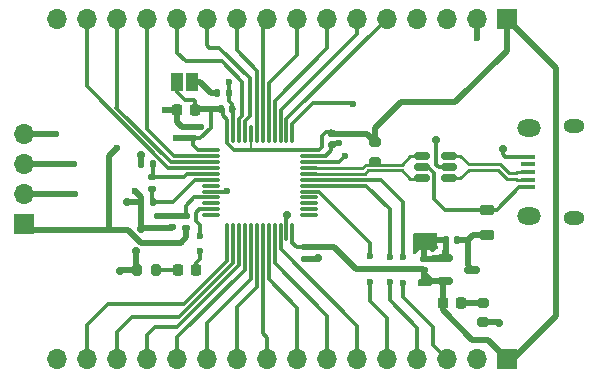
<source format=gbr>
%TF.GenerationSoftware,KiCad,Pcbnew,8.0.5*%
%TF.CreationDate,2025-01-04T10:19:04+02:00*%
%TF.ProjectId,STM32F103,53544d33-3246-4313-9033-2e6b69636164,rev?*%
%TF.SameCoordinates,Original*%
%TF.FileFunction,Copper,L1,Top*%
%TF.FilePolarity,Positive*%
%FSLAX46Y46*%
G04 Gerber Fmt 4.6, Leading zero omitted, Abs format (unit mm)*
G04 Created by KiCad (PCBNEW 8.0.5) date 2025-01-04 10:19:04*
%MOMM*%
%LPD*%
G01*
G04 APERTURE LIST*
G04 Aperture macros list*
%AMRoundRect*
0 Rectangle with rounded corners*
0 $1 Rounding radius*
0 $2 $3 $4 $5 $6 $7 $8 $9 X,Y pos of 4 corners*
0 Add a 4 corners polygon primitive as box body*
4,1,4,$2,$3,$4,$5,$6,$7,$8,$9,$2,$3,0*
0 Add four circle primitives for the rounded corners*
1,1,$1+$1,$2,$3*
1,1,$1+$1,$4,$5*
1,1,$1+$1,$6,$7*
1,1,$1+$1,$8,$9*
0 Add four rect primitives between the rounded corners*
20,1,$1+$1,$2,$3,$4,$5,0*
20,1,$1+$1,$4,$5,$6,$7,0*
20,1,$1+$1,$6,$7,$8,$9,0*
20,1,$1+$1,$8,$9,$2,$3,0*%
G04 Aperture macros list end*
%TA.AperFunction,ComponentPad*%
%ADD10R,1.700000X1.700000*%
%TD*%
%TA.AperFunction,ComponentPad*%
%ADD11O,1.700000X1.700000*%
%TD*%
%TA.AperFunction,SMDPad,CuDef*%
%ADD12RoundRect,0.150000X-0.512500X-0.150000X0.512500X-0.150000X0.512500X0.150000X-0.512500X0.150000X0*%
%TD*%
%TA.AperFunction,SMDPad,CuDef*%
%ADD13RoundRect,0.200000X-0.275000X0.200000X-0.275000X-0.200000X0.275000X-0.200000X0.275000X0.200000X0*%
%TD*%
%TA.AperFunction,SMDPad,CuDef*%
%ADD14RoundRect,0.200000X0.200000X0.275000X-0.200000X0.275000X-0.200000X-0.275000X0.200000X-0.275000X0*%
%TD*%
%TA.AperFunction,SMDPad,CuDef*%
%ADD15RoundRect,0.225000X0.225000X0.250000X-0.225000X0.250000X-0.225000X-0.250000X0.225000X-0.250000X0*%
%TD*%
%TA.AperFunction,SMDPad,CuDef*%
%ADD16RoundRect,0.075000X-0.662500X-0.075000X0.662500X-0.075000X0.662500X0.075000X-0.662500X0.075000X0*%
%TD*%
%TA.AperFunction,SMDPad,CuDef*%
%ADD17RoundRect,0.075000X-0.075000X-0.662500X0.075000X-0.662500X0.075000X0.662500X-0.075000X0.662500X0*%
%TD*%
%TA.AperFunction,SMDPad,CuDef*%
%ADD18RoundRect,0.135000X-0.135000X-0.185000X0.135000X-0.185000X0.135000X0.185000X-0.135000X0.185000X0*%
%TD*%
%TA.AperFunction,SMDPad,CuDef*%
%ADD19RoundRect,0.140000X0.170000X-0.140000X0.170000X0.140000X-0.170000X0.140000X-0.170000X-0.140000X0*%
%TD*%
%TA.AperFunction,SMDPad,CuDef*%
%ADD20RoundRect,0.140000X-0.170000X0.140000X-0.170000X-0.140000X0.170000X-0.140000X0.170000X0.140000X0*%
%TD*%
%TA.AperFunction,SMDPad,CuDef*%
%ADD21RoundRect,0.140000X0.140000X0.170000X-0.140000X0.170000X-0.140000X-0.170000X0.140000X-0.170000X0*%
%TD*%
%TA.AperFunction,SMDPad,CuDef*%
%ADD22RoundRect,0.218750X-0.381250X0.218750X-0.381250X-0.218750X0.381250X-0.218750X0.381250X0.218750X0*%
%TD*%
%TA.AperFunction,SMDPad,CuDef*%
%ADD23RoundRect,0.218750X0.218750X0.256250X-0.218750X0.256250X-0.218750X-0.256250X0.218750X-0.256250X0*%
%TD*%
%TA.AperFunction,SMDPad,CuDef*%
%ADD24RoundRect,0.140000X-0.140000X-0.170000X0.140000X-0.170000X0.140000X0.170000X-0.140000X0.170000X0*%
%TD*%
%TA.AperFunction,SMDPad,CuDef*%
%ADD25R,1.000000X1.500000*%
%TD*%
%TA.AperFunction,SMDPad,CuDef*%
%ADD26RoundRect,0.147500X0.172500X-0.147500X0.172500X0.147500X-0.172500X0.147500X-0.172500X-0.147500X0*%
%TD*%
%TA.AperFunction,SMDPad,CuDef*%
%ADD27RoundRect,0.135000X-0.185000X0.135000X-0.185000X-0.135000X0.185000X-0.135000X0.185000X0.135000X0*%
%TD*%
%TA.AperFunction,SMDPad,CuDef*%
%ADD28R,1.300000X0.450000*%
%TD*%
%TA.AperFunction,ComponentPad*%
%ADD29O,1.800000X1.150000*%
%TD*%
%TA.AperFunction,ComponentPad*%
%ADD30O,2.000000X1.450000*%
%TD*%
%TA.AperFunction,SMDPad,CuDef*%
%ADD31RoundRect,0.150000X0.512500X0.150000X-0.512500X0.150000X-0.512500X-0.150000X0.512500X-0.150000X0*%
%TD*%
%TA.AperFunction,SMDPad,CuDef*%
%ADD32RoundRect,0.218750X-0.218750X-0.256250X0.218750X-0.256250X0.218750X0.256250X-0.218750X0.256250X0*%
%TD*%
%TA.AperFunction,ViaPad*%
%ADD33C,0.600000*%
%TD*%
%TA.AperFunction,ViaPad*%
%ADD34C,0.700000*%
%TD*%
%TA.AperFunction,Conductor*%
%ADD35C,0.500000*%
%TD*%
%TA.AperFunction,Conductor*%
%ADD36C,0.300000*%
%TD*%
%TA.AperFunction,Conductor*%
%ADD37C,0.200000*%
%TD*%
%TA.AperFunction,Conductor*%
%ADD38C,0.261112*%
%TD*%
G04 APERTURE END LIST*
D10*
%TO.P,J2,1,Pin_1*%
%TO.N,+3V3*%
X111540000Y-45300000D03*
D11*
%TO.P,J2,2,Pin_2*%
%TO.N,GND*%
X109000000Y-45300000D03*
%TO.P,J2,3,Pin_3*%
%TO.N,unconnected-(J2-Pin_3-Pad3)*%
X106460000Y-45300000D03*
%TO.P,J2,4,Pin_4*%
%TO.N,unconnected-(J2-Pin_4-Pad4)*%
X103920000Y-45300000D03*
%TO.P,J2,5,Pin_5*%
%TO.N,PA15*%
X101380000Y-45300000D03*
%TO.P,J2,6,Pin_6*%
%TO.N,PB3*%
X98840000Y-45300000D03*
%TO.P,J2,7,Pin_7*%
%TO.N,PB4*%
X96300000Y-45300000D03*
%TO.P,J2,8,Pin_8*%
%TO.N,PB5*%
X93760000Y-45300000D03*
%TO.P,J2,9,Pin_9*%
%TO.N,PB6*%
X91220000Y-45300000D03*
%TO.P,J2,10,Pin_10*%
%TO.N,PB7*%
X88680000Y-45300000D03*
%TO.P,J2,11,Pin_11*%
%TO.N,PB8*%
X86140000Y-45300000D03*
%TO.P,J2,12,Pin_12*%
%TO.N,PB9*%
X83600000Y-45300000D03*
%TO.P,J2,13,Pin_13*%
%TO.N,PC13*%
X81060000Y-45300000D03*
%TO.P,J2,14,Pin_14*%
%TO.N,PC14*%
X78520000Y-45300000D03*
%TO.P,J2,15,Pin_15*%
%TO.N,PC15*%
X75980000Y-45300000D03*
%TO.P,J2,16*%
%TO.N,N/C*%
X73440000Y-45300000D03*
%TD*%
D12*
%TO.P,U3,1,GND*%
%TO.N,GND*%
X106350000Y-65590000D03*
%TO.P,U3,2,VO*%
%TO.N,+3V3*%
X106350000Y-67490000D03*
%TO.P,U3,3,VI*%
%TO.N,Net-(U3-VI)*%
X108625000Y-66540000D03*
%TD*%
D13*
%TO.P,R4,1*%
%TO.N,Net-(D2-K)*%
X109537500Y-69352500D03*
%TO.P,R4,2*%
%TO.N,GND*%
X109537500Y-71002500D03*
%TD*%
D14*
%TO.P,R3,1*%
%TO.N,Net-(D1-K)*%
X81875000Y-66620000D03*
%TO.P,R3,2*%
%TO.N,GND*%
X80225000Y-66620000D03*
%TD*%
D15*
%TO.P,C1,1*%
%TO.N,+3V3*%
X85150000Y-53050000D03*
%TO.P,C1,2*%
%TO.N,GND*%
X83600000Y-53050000D03*
%TD*%
D16*
%TO.P,U1,1,VBAT*%
%TO.N,+3V3*%
X86480000Y-56440000D03*
%TO.P,U1,2,PC13*%
%TO.N,PC13*%
X86480000Y-56940000D03*
%TO.P,U1,3,PC14*%
%TO.N,PC14*%
X86480000Y-57440000D03*
%TO.P,U1,4,PC15*%
%TO.N,PC15*%
X86480000Y-57940000D03*
%TO.P,U1,5,PD0*%
%TO.N,/HSE_IN*%
X86480000Y-58440000D03*
%TO.P,U1,6,PD1*%
%TO.N,/HSE_OUT*%
X86480000Y-58940000D03*
%TO.P,U1,7,NRST*%
%TO.N,unconnected-(U1-NRST-Pad7)*%
X86480000Y-59440000D03*
%TO.P,U1,8,VSSA*%
%TO.N,GND*%
X86480000Y-59940000D03*
%TO.P,U1,9,VDDA*%
%TO.N,+3.3VA*%
X86480000Y-60440000D03*
%TO.P,U1,10,PA0*%
%TO.N,unconnected-(U1-PA0-Pad10)*%
X86480000Y-60940000D03*
%TO.P,U1,11,PA1*%
%TO.N,/LED_STATUS*%
X86480000Y-61440000D03*
%TO.P,U1,12,PA2*%
%TO.N,unconnected-(U1-PA2-Pad12)*%
X86480000Y-61940000D03*
D17*
%TO.P,U1,13,PA3*%
%TO.N,PA3*%
X87892500Y-63352500D03*
%TO.P,U1,14,PA4*%
%TO.N,PA4*%
X88392500Y-63352500D03*
%TO.P,U1,15,PA5*%
%TO.N,PA5*%
X88892500Y-63352500D03*
%TO.P,U1,16,PA6*%
%TO.N,PA6*%
X89392500Y-63352500D03*
%TO.P,U1,17,PA7*%
%TO.N,PA7*%
X89892500Y-63352500D03*
%TO.P,U1,18,PB0*%
%TO.N,PB0*%
X90392500Y-63352500D03*
%TO.P,U1,19,PB1*%
%TO.N,PB1*%
X90892500Y-63352500D03*
%TO.P,U1,20,PB2*%
%TO.N,PB2*%
X91392500Y-63352500D03*
%TO.P,U1,21,PB10*%
%TO.N,PB10*%
X91892500Y-63352500D03*
%TO.P,U1,22,PB11*%
%TO.N,PB11*%
X92392500Y-63352500D03*
%TO.P,U1,23,VSS*%
%TO.N,GND*%
X92892500Y-63352500D03*
%TO.P,U1,24,VDD*%
%TO.N,+3V3*%
X93392500Y-63352500D03*
D16*
%TO.P,U1,25,PB12*%
%TO.N,unconnected-(U1-PB12-Pad25)*%
X94805000Y-61940000D03*
%TO.P,U1,26,PB13*%
%TO.N,unconnected-(U1-PB13-Pad26)*%
X94805000Y-61440000D03*
%TO.P,U1,27,PB14*%
%TO.N,unconnected-(U1-PB14-Pad27)*%
X94805000Y-60940000D03*
%TO.P,U1,28,PB15*%
%TO.N,unconnected-(U1-PB15-Pad28)*%
X94805000Y-60440000D03*
%TO.P,U1,29,PA8*%
%TO.N,PA8*%
X94805000Y-59940000D03*
%TO.P,U1,30,PA9*%
%TO.N,PA9*%
X94805000Y-59440000D03*
%TO.P,U1,31,PA10*%
%TO.N,PA10*%
X94805000Y-58940000D03*
%TO.P,U1,32,PA11*%
%TO.N,USB_D-*%
X94805000Y-58440000D03*
%TO.P,U1,33,PA12*%
%TO.N,USB_D+*%
X94805000Y-57940000D03*
%TO.P,U1,34,PA13*%
%TO.N,SWDIO*%
X94805000Y-57440000D03*
%TO.P,U1,35,VSS*%
%TO.N,GND*%
X94805000Y-56940000D03*
%TO.P,U1,36,VDD*%
%TO.N,+3V3*%
X94805000Y-56440000D03*
D17*
%TO.P,U1,37,PA14*%
%TO.N,SWCLK*%
X93392500Y-55027500D03*
%TO.P,U1,38,PA15*%
%TO.N,PA15*%
X92892500Y-55027500D03*
%TO.P,U1,39,PB3*%
%TO.N,PB3*%
X92392500Y-55027500D03*
%TO.P,U1,40,PB4*%
%TO.N,PB4*%
X91892500Y-55027500D03*
%TO.P,U1,41,PB5*%
%TO.N,PB5*%
X91392500Y-55027500D03*
%TO.P,U1,42,PB6*%
%TO.N,PB6*%
X90892500Y-55027500D03*
%TO.P,U1,43,PB7*%
%TO.N,PB7*%
X90392500Y-55027500D03*
%TO.P,U1,44,BOOT0*%
%TO.N,+3V3*%
X89892500Y-55027500D03*
%TO.P,U1,45,PB8*%
%TO.N,PB8*%
X89392500Y-55027500D03*
%TO.P,U1,46,PB9*%
%TO.N,PB9*%
X88892500Y-55027500D03*
%TO.P,U1,47,VSS*%
%TO.N,GND*%
X88392500Y-55027500D03*
%TO.P,U1,48,VDD*%
%TO.N,+3V3*%
X87892500Y-55027500D03*
%TD*%
D10*
%TO.P,J4,1,Pin_1*%
%TO.N,+3V3*%
X70700000Y-62705000D03*
D11*
%TO.P,J4,2,Pin_2*%
%TO.N,SWDIO*%
X70700000Y-60165000D03*
%TO.P,J4,3,Pin_3*%
%TO.N,SWCLK*%
X70700000Y-57625000D03*
%TO.P,J4,4,Pin_4*%
%TO.N,GND*%
X70700000Y-55085000D03*
%TD*%
D18*
%TO.P,R1,1*%
%TO.N,Net-(JP1-A)*%
X87015000Y-51575000D03*
%TO.P,R1,2*%
%TO.N,GND*%
X88035000Y-51575000D03*
%TD*%
D13*
%TO.P,R2,1*%
%TO.N,+3V3*%
X100425000Y-55750000D03*
%TO.P,R2,2*%
%TO.N,USB_D+*%
X100425000Y-57400000D03*
%TD*%
D19*
%TO.P,C2,1*%
%TO.N,+3V3*%
X84950000Y-55430000D03*
%TO.P,C2,2*%
%TO.N,GND*%
X84950000Y-54470000D03*
%TD*%
D20*
%TO.P,C3,1*%
%TO.N,+3V3*%
X94460000Y-64650000D03*
%TO.P,C3,2*%
%TO.N,GND*%
X94460000Y-65610000D03*
%TD*%
D21*
%TO.P,C8,1*%
%TO.N,/HSE_IN*%
X81555000Y-57620000D03*
%TO.P,C8,2*%
%TO.N,GND*%
X80595000Y-57620000D03*
%TD*%
D22*
%TO.P,FB1,1*%
%TO.N,+5V*%
X109837500Y-61515000D03*
%TO.P,FB1,2*%
%TO.N,Net-(U3-VI)*%
X109837500Y-63640000D03*
%TD*%
D23*
%TO.P,D2,1,K*%
%TO.N,Net-(D2-K)*%
X107687500Y-69402500D03*
%TO.P,D2,2,A*%
%TO.N,+3V3*%
X106112500Y-69402500D03*
%TD*%
D21*
%TO.P,C9,1*%
%TO.N,/HSE_OUT*%
X81565000Y-60800000D03*
%TO.P,C9,2*%
%TO.N,GND*%
X80605000Y-60800000D03*
%TD*%
D20*
%TO.P,C6,1*%
%TO.N,+3.3VA*%
X83220000Y-62020000D03*
%TO.P,C6,2*%
%TO.N,GND*%
X83220000Y-62980000D03*
%TD*%
D21*
%TO.P,C10,1*%
%TO.N,Net-(U3-VI)*%
X107357500Y-64072500D03*
%TO.P,C10,2*%
%TO.N,GND*%
X106397500Y-64072500D03*
%TD*%
D24*
%TO.P,C5,1*%
%TO.N,+3V3*%
X87345000Y-52975000D03*
%TO.P,C5,2*%
%TO.N,GND*%
X88305000Y-52975000D03*
%TD*%
D20*
%TO.P,C7,1*%
%TO.N,+3.3VA*%
X82020000Y-62045000D03*
%TO.P,C7,2*%
%TO.N,GND*%
X82020000Y-63005000D03*
%TD*%
D25*
%TO.P,JP1,1,A*%
%TO.N,Net-(JP1-A)*%
X84900000Y-50675000D03*
%TO.P,JP1,2,B*%
%TO.N,+3V3*%
X83600000Y-50675000D03*
%TD*%
D26*
%TO.P,L1,1,1*%
%TO.N,+3V3*%
X84420000Y-62985000D03*
%TO.P,L1,2,2*%
%TO.N,+3.3VA*%
X84420000Y-62015000D03*
%TD*%
D20*
%TO.P,C4,1*%
%TO.N,+3V3*%
X96725000Y-55025000D03*
%TO.P,C4,2*%
%TO.N,GND*%
X96725000Y-55985000D03*
%TD*%
D27*
%TO.P,Y1,1,1*%
%TO.N,/HSE_IN*%
X81525000Y-58680000D03*
%TO.P,Y1,2,2*%
%TO.N,/HSE_OUT*%
X81525000Y-59700000D03*
%TD*%
D28*
%TO.P,J1,1,VBUS*%
%TO.N,+5V*%
X113370000Y-59590000D03*
%TO.P,J1,2,D-*%
%TO.N,USB_CONN_D-*%
X113370000Y-58940000D03*
%TO.P,J1,3,D+*%
%TO.N,USB_CONN_D+*%
X113370000Y-58290000D03*
%TO.P,J1,4,ID*%
%TO.N,unconnected-(J1-ID-Pad4)*%
X113370000Y-57640000D03*
%TO.P,J1,5,GND*%
%TO.N,GND*%
X113370000Y-56990000D03*
D29*
%TO.P,J1,6,Shield*%
%TO.N,unconnected-(J1-Shield-Pad6)_3*%
X117220000Y-62165000D03*
D30*
%TO.N,unconnected-(J1-Shield-Pad6)*%
X113420000Y-62015000D03*
%TO.N,unconnected-(J1-Shield-Pad6)_1*%
X113420000Y-54565000D03*
D29*
%TO.N,unconnected-(J1-Shield-Pad6)_2*%
X117220000Y-54415000D03*
%TD*%
D31*
%TO.P,U2,1,I/O1*%
%TO.N,USB_CONN_D-*%
X106635000Y-58810000D03*
%TO.P,U2,2,GND*%
%TO.N,GND*%
X106635000Y-57860000D03*
%TO.P,U2,3,I/O2*%
%TO.N,USB_CONN_D+*%
X106635000Y-56910000D03*
%TO.P,U2,4,I/O2*%
%TO.N,USB_D+*%
X104360000Y-56910000D03*
%TO.P,U2,5,VBUS*%
%TO.N,+5V*%
X104360000Y-57860000D03*
%TO.P,U2,6,I/O1*%
%TO.N,USB_D-*%
X104360000Y-58810000D03*
%TD*%
D10*
%TO.P,J3,1,Pin_1*%
%TO.N,+3V3*%
X111600000Y-74110000D03*
D11*
%TO.P,J3,2,Pin_2*%
%TO.N,GND*%
X109060000Y-74110000D03*
%TO.P,J3,3,Pin_3*%
%TO.N,PA10*%
X106520000Y-74110000D03*
%TO.P,J3,4,Pin_4*%
%TO.N,PA9*%
X103980000Y-74110000D03*
%TO.P,J3,5,Pin_5*%
%TO.N,PA8*%
X101440000Y-74110000D03*
%TO.P,J3,6,Pin_6*%
%TO.N,PB11*%
X98900000Y-74110000D03*
%TO.P,J3,7,Pin_7*%
%TO.N,PB10*%
X96360000Y-74110000D03*
%TO.P,J3,8,Pin_8*%
%TO.N,PB2*%
X93820000Y-74110000D03*
%TO.P,J3,9,Pin_9*%
%TO.N,PB1*%
X91280000Y-74110000D03*
%TO.P,J3,10,Pin_10*%
%TO.N,PB0*%
X88740000Y-74110000D03*
%TO.P,J3,11,Pin_11*%
%TO.N,PA7*%
X86200000Y-74110000D03*
%TO.P,J3,12,Pin_12*%
%TO.N,PA6*%
X83660000Y-74110000D03*
%TO.P,J3,13,Pin_13*%
%TO.N,PA5*%
X81120000Y-74110000D03*
%TO.P,J3,14,Pin_14*%
%TO.N,PA4*%
X78580000Y-74110000D03*
%TO.P,J3,15,Pin_15*%
%TO.N,PA3*%
X76040000Y-74110000D03*
%TO.P,J3,16*%
%TO.N,N/C*%
X73500000Y-74110000D03*
%TD*%
D32*
%TO.P,D1,1,K*%
%TO.N,Net-(D1-K)*%
X83682500Y-66620000D03*
%TO.P,D1,2,A*%
%TO.N,/LED_STATUS*%
X85257500Y-66620000D03*
%TD*%
D19*
%TO.P,C11,1*%
%TO.N,+3V3*%
X104570000Y-66600000D03*
%TO.P,C11,2*%
%TO.N,GND*%
X104570000Y-65640000D03*
%TD*%
D33*
%TO.N,+3V3*%
X78550000Y-56275000D03*
X83525000Y-55425000D03*
D34*
%TO.N,GND*%
X95525000Y-65525000D03*
X80600000Y-63075000D03*
X92900000Y-61950000D03*
D33*
X97350000Y-55850000D03*
D34*
X105375000Y-64100000D03*
X80600000Y-56825000D03*
D33*
X82600000Y-53050000D03*
X87825000Y-59925000D03*
D34*
X80150000Y-64975000D03*
X79375000Y-60825000D03*
X111225000Y-56350000D03*
X105575000Y-55600000D03*
X78775000Y-66625000D03*
D33*
X80075000Y-59900000D03*
D34*
X110900000Y-71025000D03*
D33*
X88025000Y-50700000D03*
X85650000Y-54475000D03*
X73350000Y-55075000D03*
X109000000Y-46975000D03*
%TO.N,/LED_STATUS*%
X85600000Y-64975000D03*
X85600000Y-63675000D03*
%TO.N,SWCLK*%
X74875000Y-57625000D03*
X98512500Y-52487500D03*
%TO.N,SWDIO*%
X97825000Y-56925000D03*
X74975000Y-60175000D03*
%TO.N,PA8*%
X99975000Y-65425000D03*
X99950000Y-67575000D03*
%TO.N,PA10*%
X102800000Y-67650000D03*
X102800000Y-65475000D03*
%TO.N,PA9*%
X101650000Y-67600000D03*
X101625000Y-65475000D03*
%TD*%
D35*
%TO.N,+3V3*%
X109965000Y-72475000D02*
X111600000Y-74110000D01*
D36*
X83975000Y-64325000D02*
X83925000Y-64275000D01*
X84300000Y-52200000D02*
X85100000Y-52200000D01*
X93392500Y-64252500D02*
X93790000Y-64650000D01*
D35*
X83925000Y-64275000D02*
X80581371Y-64275000D01*
D36*
X83600000Y-51500000D02*
X84300000Y-52200000D01*
D35*
X87120000Y-52950000D02*
X87145000Y-52975000D01*
X96775000Y-54975000D02*
X96725000Y-55025000D01*
X106112500Y-69402500D02*
X106112500Y-69987500D01*
D36*
X86480000Y-56440000D02*
X85365000Y-56440000D01*
X85614239Y-55430000D02*
X86475000Y-54569239D01*
X93392500Y-63352500D02*
X93392500Y-64252500D01*
X89975000Y-56440000D02*
X94805000Y-56440000D01*
D35*
X104445000Y-66475000D02*
X98750000Y-66475000D01*
X111600000Y-74110000D02*
X112090000Y-74110000D01*
X96725000Y-55025000D02*
X99700000Y-55025000D01*
D36*
X84950000Y-55430000D02*
X85614239Y-55430000D01*
X95610000Y-56440000D02*
X95925000Y-56125000D01*
D37*
X89892500Y-55027500D02*
X89892500Y-56357500D01*
D35*
X106112500Y-67727500D02*
X106350000Y-67490000D01*
X106350000Y-67490000D02*
X105115000Y-67490000D01*
X115700000Y-49460000D02*
X111540000Y-45300000D01*
X100425000Y-54575000D02*
X100425000Y-55750000D01*
D36*
X85365000Y-56440000D02*
X84950000Y-56025000D01*
D35*
X77900000Y-63175000D02*
X71170000Y-63175000D01*
X84950000Y-55430000D02*
X83530000Y-55430000D01*
X112090000Y-74110000D02*
X115700000Y-70500000D01*
X111540000Y-48010000D02*
X107175000Y-52375000D01*
X85200000Y-52950000D02*
X86475000Y-52950000D01*
X71170000Y-63175000D02*
X70700000Y-62705000D01*
D36*
X84950000Y-56025000D02*
X84950000Y-55430000D01*
D35*
X86475000Y-52950000D02*
X87120000Y-52950000D01*
X99700000Y-55025000D02*
X100425000Y-55750000D01*
D36*
X88464380Y-56440000D02*
X89975000Y-56440000D01*
X95925000Y-56125000D02*
X95925000Y-55225000D01*
X87892500Y-55027500D02*
X87892500Y-53842500D01*
D35*
X111540000Y-45300000D02*
X111540000Y-48010000D01*
X78550000Y-56275000D02*
X77900000Y-56925000D01*
D36*
X95925000Y-55225000D02*
X96280000Y-54870000D01*
D35*
X96925000Y-64650000D02*
X94460000Y-64650000D01*
X108600000Y-72475000D02*
X109965000Y-72475000D01*
X106112500Y-69402500D02*
X106112500Y-67727500D01*
D36*
X87892500Y-55027500D02*
X87892500Y-55868120D01*
X86475000Y-54569239D02*
X86475000Y-52950000D01*
X94805000Y-56440000D02*
X95610000Y-56440000D01*
X83530000Y-55430000D02*
X83525000Y-55425000D01*
X87892500Y-53842500D02*
X87520000Y-53470000D01*
X85150000Y-52250000D02*
X85150000Y-53050000D01*
X87520000Y-53470000D02*
X87520000Y-52975000D01*
D35*
X96780000Y-54975000D02*
X96700000Y-54895000D01*
X104570000Y-66945000D02*
X104570000Y-66600000D01*
X106112500Y-69987500D02*
X108600000Y-72475000D01*
D36*
X93790000Y-64650000D02*
X94460000Y-64650000D01*
D35*
X84420000Y-62985000D02*
X84420000Y-63780000D01*
D36*
X96280000Y-54870000D02*
X96900000Y-54870000D01*
X83600000Y-50675000D02*
X83600000Y-51500000D01*
D37*
X89892500Y-56357500D02*
X89975000Y-56440000D01*
D35*
X77900000Y-56925000D02*
X77900000Y-63175000D01*
D36*
X85100000Y-52200000D02*
X85150000Y-52250000D01*
D35*
X98750000Y-66475000D02*
X96925000Y-64650000D01*
X84420000Y-63780000D02*
X83925000Y-64275000D01*
X102625000Y-52375000D02*
X100425000Y-54575000D01*
X107175000Y-52375000D02*
X102625000Y-52375000D01*
X104570000Y-66600000D02*
X104445000Y-66475000D01*
X80581371Y-64275000D02*
X79481371Y-63175000D01*
X79481371Y-63175000D02*
X77900000Y-63175000D01*
D36*
X87892500Y-55868120D02*
X88464380Y-56440000D01*
D35*
X105115000Y-67490000D02*
X104570000Y-66945000D01*
X115700000Y-70500000D02*
X115700000Y-49460000D01*
%TO.N,GND*%
X83195000Y-63005000D02*
X83220000Y-62980000D01*
X104570000Y-65640000D02*
X106300000Y-65640000D01*
X85645000Y-54470000D02*
X85650000Y-54475000D01*
D36*
X87810000Y-59940000D02*
X87825000Y-59925000D01*
D35*
X80595000Y-56830000D02*
X80600000Y-56825000D01*
X106397500Y-64072500D02*
X106397500Y-65542500D01*
D36*
X96700000Y-55855000D02*
X96700000Y-56450000D01*
X111415000Y-56990000D02*
X111225000Y-56800000D01*
X105575000Y-55600000D02*
X105575000Y-57650000D01*
D35*
X82020000Y-63005000D02*
X80670000Y-63005000D01*
X84345000Y-54470000D02*
X84950000Y-54470000D01*
D36*
X96700000Y-56450000D02*
X96210000Y-56940000D01*
D35*
X80225000Y-66620000D02*
X78780000Y-66620000D01*
D36*
X88305000Y-52975000D02*
X88392500Y-53062500D01*
D35*
X95525000Y-65525000D02*
X95440000Y-65610000D01*
D36*
X113370000Y-56990000D02*
X111415000Y-56990000D01*
X88035000Y-50710000D02*
X88035000Y-51575000D01*
X97345000Y-55855000D02*
X97350000Y-55850000D01*
D35*
X80605000Y-63070000D02*
X80600000Y-63075000D01*
X79375000Y-60825000D02*
X79400000Y-60800000D01*
X83600000Y-54025000D02*
X84025000Y-54450000D01*
X83600000Y-53050000D02*
X83600000Y-54025000D01*
X80150000Y-66545000D02*
X80225000Y-66620000D01*
D36*
X88025000Y-50700000D02*
X88035000Y-50710000D01*
D35*
X106397500Y-64072500D02*
X105652500Y-64072500D01*
X80605000Y-60800000D02*
X79400000Y-60800000D01*
X70700000Y-55085000D02*
X73340000Y-55085000D01*
X80605000Y-60800000D02*
X80605000Y-63070000D01*
X106397500Y-65542500D02*
X106350000Y-65590000D01*
D36*
X88035000Y-52285000D02*
X88035000Y-51575000D01*
X86480000Y-59940000D02*
X87810000Y-59940000D01*
D35*
X84325000Y-54450000D02*
X84345000Y-54470000D01*
X110877500Y-71002500D02*
X110900000Y-71025000D01*
D36*
X88392500Y-53062500D02*
X88392500Y-55027500D01*
D35*
X109537500Y-71002500D02*
X110877500Y-71002500D01*
X105652500Y-64072500D02*
X105650000Y-64075000D01*
D36*
X88305000Y-52975000D02*
X88305000Y-52555000D01*
D35*
X84950000Y-54470000D02*
X85645000Y-54470000D01*
D36*
X105575000Y-57650000D02*
X105785000Y-57860000D01*
X96210000Y-56940000D02*
X94805000Y-56940000D01*
D35*
X109000000Y-46975000D02*
X109000000Y-45300000D01*
X80670000Y-63005000D02*
X80600000Y-63075000D01*
X106412500Y-65527500D02*
X106350000Y-65590000D01*
X80605000Y-60800000D02*
X80605000Y-60430000D01*
X95440000Y-65610000D02*
X94460000Y-65610000D01*
X88335000Y-52945000D02*
X88305000Y-52975000D01*
D36*
X111225000Y-56800000D02*
X111225000Y-56350000D01*
D35*
X73340000Y-55085000D02*
X73350000Y-55075000D01*
X78775000Y-66625000D02*
X78780000Y-66620000D01*
D36*
X105785000Y-57860000D02*
X106635000Y-57860000D01*
D35*
X106300000Y-65640000D02*
X106350000Y-65590000D01*
D36*
X88305000Y-52555000D02*
X88035000Y-52285000D01*
D35*
X82020000Y-63005000D02*
X83195000Y-63005000D01*
X80595000Y-57620000D02*
X80595000Y-56830000D01*
D36*
X92892500Y-63352500D02*
X92892500Y-62242500D01*
D35*
X84025000Y-54450000D02*
X84325000Y-54450000D01*
X80150000Y-64975000D02*
X80150000Y-66545000D01*
D36*
X96700000Y-55855000D02*
X97345000Y-55855000D01*
D35*
X80605000Y-60430000D02*
X80075000Y-59900000D01*
X83600000Y-53050000D02*
X82600000Y-53050000D01*
D36*
%TO.N,+3.3VA*%
X84420000Y-61120000D02*
X84420000Y-62015000D01*
X86480000Y-60440000D02*
X85100000Y-60440000D01*
X85100000Y-60440000D02*
X84420000Y-61120000D01*
D35*
X82020000Y-62045000D02*
X84390000Y-62045000D01*
X84390000Y-62045000D02*
X84420000Y-62015000D01*
D36*
%TO.N,/HSE_IN*%
X84220000Y-58680000D02*
X84460000Y-58440000D01*
X81555000Y-57620000D02*
X81555000Y-58650000D01*
X84460000Y-58440000D02*
X86480000Y-58440000D01*
X81555000Y-58650000D02*
X81525000Y-58680000D01*
X81525000Y-58680000D02*
X84220000Y-58680000D01*
%TO.N,/HSE_OUT*%
X81525000Y-59700000D02*
X81525000Y-60760000D01*
X86480000Y-58940000D02*
X85185000Y-58940000D01*
X81525000Y-60760000D02*
X81565000Y-60800000D01*
X85185000Y-58940000D02*
X83325000Y-60800000D01*
X83325000Y-60800000D02*
X81565000Y-60800000D01*
D35*
%TO.N,Net-(U3-VI)*%
X108277500Y-64072500D02*
X107357500Y-64072500D01*
X108277500Y-64072500D02*
X108277500Y-66192500D01*
X109837500Y-63640000D02*
X108710000Y-63640000D01*
X108277500Y-66192500D02*
X108625000Y-66540000D01*
X108710000Y-63640000D02*
X108277500Y-64072500D01*
D36*
%TO.N,/LED_STATUS*%
X85257500Y-65967500D02*
X85257500Y-66620000D01*
X85600000Y-65625000D02*
X85257500Y-65967500D01*
X85600000Y-62775000D02*
X85225000Y-62400000D01*
X85600000Y-64975000D02*
X85600000Y-65625000D01*
X85225000Y-62400000D02*
X85225000Y-61725000D01*
X85600000Y-63675000D02*
X85600000Y-62775000D01*
X85225000Y-61725000D02*
X85510000Y-61440000D01*
X85510000Y-61440000D02*
X86480000Y-61440000D01*
%TO.N,Net-(D1-K)*%
X81875000Y-66620000D02*
X83682500Y-66620000D01*
D35*
%TO.N,Net-(D2-K)*%
X109487500Y-69402500D02*
X109537500Y-69352500D01*
X107687500Y-69402500D02*
X109487500Y-69402500D01*
D36*
%TO.N,+5V*%
X105375000Y-58350000D02*
X105375000Y-60600000D01*
D37*
X104360000Y-57860000D02*
X104885000Y-57860000D01*
D36*
X112610000Y-59590000D02*
X110685000Y-61515000D01*
X106290000Y-61515000D02*
X109837500Y-61515000D01*
X110685000Y-61515000D02*
X109837500Y-61515000D01*
X104885000Y-57860000D02*
X105375000Y-58350000D01*
X113370000Y-59590000D02*
X112610000Y-59590000D01*
X105375000Y-60600000D02*
X106290000Y-61515000D01*
D38*
%TO.N,USB_CONN_D-*%
X108346595Y-58092156D02*
X110813836Y-58092156D01*
X112394999Y-58940000D02*
X113370000Y-58940000D01*
X110813836Y-58092156D02*
X111568836Y-58847156D01*
X106635000Y-58810000D02*
X107628751Y-58810000D01*
X111568836Y-58847156D02*
X112302155Y-58847156D01*
X107628751Y-58810000D02*
X108346595Y-58092156D01*
X112302155Y-58847156D02*
X112394999Y-58940000D01*
%TO.N,USB_CONN_D+*%
X112394999Y-58290000D02*
X113370000Y-58290000D01*
X107628751Y-56910000D02*
X108346595Y-57627844D01*
X108346595Y-57627844D02*
X111006164Y-57627844D01*
X111761164Y-58382844D02*
X112302155Y-58382844D01*
X111006164Y-57627844D02*
X111761164Y-58382844D01*
X106635000Y-56910000D02*
X107628751Y-56910000D01*
X112302155Y-58382844D02*
X112394999Y-58290000D01*
D36*
%TO.N,PB6*%
X90892500Y-55027500D02*
X90892500Y-45627500D01*
X90892500Y-45627500D02*
X91220000Y-45300000D01*
%TO.N,PC15*%
X86480000Y-57940000D02*
X82881846Y-57940000D01*
X82881846Y-57940000D02*
X75980000Y-51038154D01*
X75980000Y-51038154D02*
X75980000Y-45300000D01*
%TO.N,PC13*%
X83390000Y-56940000D02*
X86480000Y-56940000D01*
X81060000Y-45300000D02*
X81060000Y-54610000D01*
X81060000Y-54610000D02*
X83390000Y-56940000D01*
%TO.N,SWCLK*%
X93392500Y-55027500D02*
X93392500Y-54257500D01*
X93392500Y-54257500D02*
X95175000Y-52475000D01*
X95175000Y-52475000D02*
X98500000Y-52475000D01*
X98512500Y-52487500D02*
X98525000Y-52500000D01*
X98500000Y-52475000D02*
X98512500Y-52487500D01*
D35*
X70700000Y-57625000D02*
X74875000Y-57625000D01*
D36*
%TO.N,PC14*%
X86480000Y-57440000D02*
X83088952Y-57440000D01*
X83088952Y-57440000D02*
X78499476Y-52850524D01*
X78520000Y-52830000D02*
X78520000Y-45300000D01*
X78499476Y-52850524D02*
X78520000Y-52830000D01*
D35*
%TO.N,SWDIO*%
X70700000Y-60165000D02*
X74965000Y-60165000D01*
D36*
X97310000Y-57440000D02*
X97825000Y-56925000D01*
X94805000Y-57440000D02*
X97310000Y-57440000D01*
D35*
X74965000Y-60165000D02*
X74975000Y-60175000D01*
D36*
%TO.N,PB8*%
X87225000Y-47750000D02*
X86350000Y-47750000D01*
X86140000Y-47540000D02*
X86140000Y-45300000D01*
X89392500Y-53989607D02*
X89800000Y-53582107D01*
X89800000Y-50325000D02*
X87225000Y-47750000D01*
X86350000Y-47750000D02*
X86140000Y-47540000D01*
X89800000Y-53582107D02*
X89800000Y-50325000D01*
X89392500Y-55027500D02*
X89392500Y-53989607D01*
%TO.N,PB5*%
X93760000Y-48415000D02*
X93760000Y-45300000D01*
X91392500Y-50782500D02*
X93760000Y-48415000D01*
X91392500Y-55027500D02*
X91392500Y-50782500D01*
%TO.N,PA15*%
X101380000Y-45300000D02*
X92892500Y-53787500D01*
X92892500Y-53787500D02*
X92892500Y-55027500D01*
%TO.N,PB7*%
X90392500Y-55027500D02*
X90392500Y-49692500D01*
X88680000Y-47980000D02*
X88680000Y-45300000D01*
X90392500Y-49692500D02*
X88680000Y-47980000D01*
%TO.N,PB9*%
X89125000Y-50650000D02*
X87400000Y-48925000D01*
X88892500Y-55027500D02*
X88892500Y-53782500D01*
X87400000Y-48925000D02*
X84350000Y-48925000D01*
X83600000Y-48175000D02*
X83600000Y-45300000D01*
X88892500Y-53782500D02*
X89125000Y-53550000D01*
X84350000Y-48925000D02*
X83600000Y-48175000D01*
X89125000Y-53550000D02*
X89125000Y-50650000D01*
%TO.N,PB4*%
X96300000Y-47825000D02*
X96300000Y-45300000D01*
X91892500Y-55027500D02*
X91892500Y-52232500D01*
X91892500Y-52232500D02*
X96300000Y-47825000D01*
%TO.N,PA8*%
X99975000Y-65425000D02*
X99975000Y-64269380D01*
X100000000Y-69175000D02*
X101440000Y-70615000D01*
X101440000Y-70615000D02*
X101440000Y-74110000D01*
X95645620Y-59940000D02*
X94805000Y-59940000D01*
X99975000Y-64269380D02*
X95645620Y-59940000D01*
X99950000Y-67575000D02*
X99950000Y-69150000D01*
%TO.N,PB11*%
X92392500Y-64840000D02*
X98900000Y-71347500D01*
X98900000Y-71347500D02*
X98900000Y-74110000D01*
X92392500Y-63352500D02*
X92392500Y-64840000D01*
%TO.N,PA5*%
X83654212Y-71430000D02*
X81750000Y-71430000D01*
X88892500Y-63352500D02*
X88892500Y-66191712D01*
X81120000Y-72060000D02*
X81120000Y-74110000D01*
X88892500Y-66191712D02*
X83654212Y-71430000D01*
X81750000Y-71430000D02*
X81120000Y-72060000D01*
%TO.N,PA3*%
X77800000Y-69440000D02*
X76040000Y-71200000D01*
X87892500Y-65777500D02*
X84230000Y-69440000D01*
X87892500Y-63352500D02*
X87892500Y-65777500D01*
X84230000Y-69440000D02*
X77800000Y-69440000D01*
X76040000Y-71200000D02*
X76040000Y-74110000D01*
%TO.N,PB2*%
X93820000Y-69790000D02*
X93820000Y-74110000D01*
X91392500Y-63352500D02*
X91392500Y-67362500D01*
X91392500Y-67362500D02*
X93820000Y-69790000D01*
%TO.N,PA7*%
X86200000Y-71050000D02*
X86200000Y-74110000D01*
X89892500Y-63352500D02*
X89892500Y-67357500D01*
X89892500Y-67357500D02*
X86200000Y-71050000D01*
%TO.N,PA4*%
X78580000Y-71810000D02*
X78580000Y-74110000D01*
X88392500Y-65984606D02*
X83837106Y-70540000D01*
X83837106Y-70540000D02*
X79850000Y-70540000D01*
X88392500Y-63352500D02*
X88392500Y-65984606D01*
X79850000Y-70540000D02*
X78580000Y-71810000D01*
%TO.N,PB10*%
X91892500Y-63352500D02*
X91892500Y-66022500D01*
X96360000Y-72175000D02*
X96360000Y-73910000D01*
X91892500Y-66022500D02*
X96360000Y-70490000D01*
X96360000Y-70490000D02*
X96360000Y-72175000D01*
%TO.N,PA10*%
X102800000Y-60825000D02*
X100915000Y-58940000D01*
X102800000Y-68875000D02*
X105325000Y-71400000D01*
X100915000Y-58940000D02*
X94805000Y-58940000D01*
X102800000Y-67650000D02*
X102800000Y-68875000D01*
X105325000Y-72915000D02*
X106520000Y-74110000D01*
X105325000Y-71400000D02*
X105325000Y-72915000D01*
X102800000Y-65475000D02*
X102800000Y-60825000D01*
%TO.N,PA6*%
X89392500Y-63352500D02*
X89392500Y-66547500D01*
X89392500Y-66547500D02*
X83660000Y-72280000D01*
X83660000Y-72280000D02*
X83660000Y-74110000D01*
%TO.N,PB1*%
X90892500Y-63352500D02*
X90892500Y-71942500D01*
X91280000Y-72330000D02*
X91280000Y-74110000D01*
X91670000Y-73650000D02*
X91280000Y-74040000D01*
X90892500Y-71942500D02*
X91280000Y-72330000D01*
%TO.N,PB0*%
X90392500Y-68027500D02*
X88740000Y-69680000D01*
X90392500Y-63352500D02*
X90392500Y-68027500D01*
X88740000Y-69680000D02*
X88740000Y-74110000D01*
%TO.N,PA9*%
X99640000Y-59440000D02*
X94805000Y-59440000D01*
X101625000Y-61425000D02*
X99640000Y-59440000D01*
X101650000Y-67600000D02*
X101650000Y-69125000D01*
X101650000Y-69125000D02*
X103980000Y-71455000D01*
X101625000Y-65475000D02*
X101625000Y-61425000D01*
X103980000Y-71455000D02*
X103980000Y-74110000D01*
D35*
%TO.N,Net-(JP1-A)*%
X86475000Y-51575000D02*
X85575000Y-50675000D01*
X85575000Y-50675000D02*
X84900000Y-50675000D01*
X87015000Y-51575000D02*
X86475000Y-51575000D01*
D38*
%TO.N,USB_D+*%
X94805000Y-57940000D02*
X95911251Y-57940000D01*
X99603836Y-57667844D02*
X99313836Y-57957844D01*
X95911251Y-57940000D02*
X95929095Y-57957844D01*
X104377500Y-56950000D02*
X103383749Y-56950000D01*
D37*
X104024448Y-56950000D02*
X104377500Y-56950000D01*
D38*
X103383749Y-56950000D02*
X102665905Y-57667844D01*
X95929095Y-57957844D02*
X99313836Y-57957844D01*
X102665905Y-57667844D02*
X99603836Y-57667844D01*
%TO.N,USB_D-*%
X104377500Y-58850000D02*
X103383749Y-58850000D01*
D37*
X103810001Y-58850000D02*
X104377500Y-58850000D01*
D38*
X95929095Y-58422156D02*
X99506164Y-58422156D01*
X103383749Y-58850000D02*
X102665905Y-58132156D01*
X99796164Y-58132156D02*
X99506164Y-58422156D01*
X94805000Y-58440000D02*
X95911251Y-58440000D01*
X95911251Y-58440000D02*
X95929095Y-58422156D01*
X102665905Y-58132156D02*
X99796164Y-58132156D01*
D36*
%TO.N,PB3*%
X98840000Y-46585000D02*
X98840000Y-45300000D01*
X92392500Y-55027500D02*
X92392500Y-53032500D01*
X92392500Y-53032500D02*
X98840000Y-46585000D01*
%TD*%
%TA.AperFunction,Conductor*%
%TO.N,+3V3*%
G36*
X104763039Y-66440185D02*
G01*
X104808794Y-66492989D01*
X104820000Y-66544500D01*
X104820000Y-67378789D01*
X104840910Y-67377145D01*
X104996195Y-67332031D01*
X105122614Y-67257268D01*
X105185735Y-67240000D01*
X106476000Y-67240000D01*
X106543039Y-67259685D01*
X106588794Y-67312489D01*
X106600000Y-67364000D01*
X106600000Y-67616000D01*
X106580315Y-67683039D01*
X106527511Y-67728794D01*
X106476000Y-67740000D01*
X105190205Y-67740000D01*
X105190204Y-67740001D01*
X105190399Y-67742488D01*
X105190400Y-67742492D01*
X105193501Y-67753166D01*
X105193298Y-67823036D01*
X105155354Y-67881704D01*
X105091714Y-67910544D01*
X105078929Y-67911674D01*
X104155469Y-67945255D01*
X104087759Y-67928020D01*
X104040115Y-67876913D01*
X104026977Y-67819461D01*
X104032379Y-67462926D01*
X104053077Y-67396196D01*
X104106568Y-67351246D01*
X104175869Y-67342352D01*
X104190959Y-67345731D01*
X104299089Y-67377145D01*
X104320000Y-67378789D01*
X104320000Y-66544500D01*
X104339685Y-66477461D01*
X104392489Y-66431706D01*
X104444000Y-66420500D01*
X104696000Y-66420500D01*
X104763039Y-66440185D01*
G37*
%TD.AperFunction*%
%TD*%
%TA.AperFunction,Conductor*%
%TO.N,GND*%
G36*
X105631207Y-63469685D02*
G01*
X105676962Y-63522489D01*
X105686906Y-63591647D01*
X105670899Y-63637123D01*
X105665467Y-63646306D01*
X105665466Y-63646309D01*
X105620355Y-63801581D01*
X105620354Y-63801587D01*
X105618709Y-63822499D01*
X105618710Y-63822500D01*
X106453000Y-63822500D01*
X106520039Y-63842185D01*
X106565794Y-63894989D01*
X106577000Y-63946500D01*
X106577000Y-64307197D01*
X106579856Y-64343491D01*
X106579857Y-64343497D01*
X106625003Y-64498889D01*
X106625005Y-64498893D01*
X106625006Y-64498895D01*
X106630232Y-64507733D01*
X106647500Y-64570852D01*
X106647500Y-64826638D01*
X106627815Y-64893677D01*
X106611181Y-64914319D01*
X106600000Y-64925500D01*
X106600000Y-65716000D01*
X106580315Y-65783039D01*
X106527511Y-65828794D01*
X106476000Y-65840000D01*
X105423000Y-65840000D01*
X105409319Y-65853681D01*
X105370276Y-65875000D01*
X105013521Y-65875000D01*
X105005233Y-65872732D01*
X104996395Y-65867506D01*
X104996393Y-65867505D01*
X104996389Y-65867503D01*
X104840999Y-65822358D01*
X104834756Y-65821218D01*
X104835085Y-65819416D01*
X104806607Y-65811080D01*
X104806124Y-65812247D01*
X104663917Y-65753343D01*
X104663907Y-65753340D01*
X104518920Y-65724500D01*
X104518918Y-65724500D01*
X104444000Y-65724500D01*
X104376961Y-65704815D01*
X104331206Y-65652011D01*
X104320000Y-65600500D01*
X104320000Y-64861210D01*
X104319999Y-64861209D01*
X104820000Y-64861209D01*
X104820000Y-65390000D01*
X105144500Y-65390000D01*
X105158181Y-65376319D01*
X105219504Y-65342834D01*
X105245862Y-65340000D01*
X106100000Y-65340000D01*
X106100000Y-64845862D01*
X106119685Y-64778823D01*
X106136319Y-64758181D01*
X106147500Y-64747000D01*
X106147500Y-64322500D01*
X105618710Y-64322500D01*
X105620354Y-64343410D01*
X105665468Y-64498695D01*
X105742770Y-64629405D01*
X105759953Y-64697129D01*
X105737793Y-64763391D01*
X105683327Y-64807155D01*
X105670633Y-64811602D01*
X105577306Y-64838716D01*
X105577303Y-64838717D01*
X105435947Y-64922314D01*
X105435938Y-64922321D01*
X105339360Y-65018900D01*
X105278037Y-65052385D01*
X105208345Y-65047401D01*
X105163998Y-65018900D01*
X105135383Y-64990285D01*
X105135374Y-64990278D01*
X104996195Y-64907968D01*
X104996190Y-64907966D01*
X104840918Y-64862855D01*
X104840912Y-64862854D01*
X104820000Y-64861209D01*
X104319999Y-64861209D01*
X104299087Y-64862854D01*
X104299081Y-64862855D01*
X104143809Y-64907966D01*
X104143804Y-64907968D01*
X104004625Y-64990278D01*
X104004616Y-64990285D01*
X103890285Y-65104616D01*
X103890281Y-65104622D01*
X103855732Y-65163041D01*
X103804662Y-65210724D01*
X103735920Y-65223227D01*
X103671331Y-65196581D01*
X103631401Y-65139246D01*
X103625000Y-65099919D01*
X103625000Y-63574000D01*
X103644685Y-63506961D01*
X103697489Y-63461206D01*
X103749000Y-63450000D01*
X105564168Y-63450000D01*
X105631207Y-63469685D01*
G37*
%TD.AperFunction*%
%TD*%
M02*

</source>
